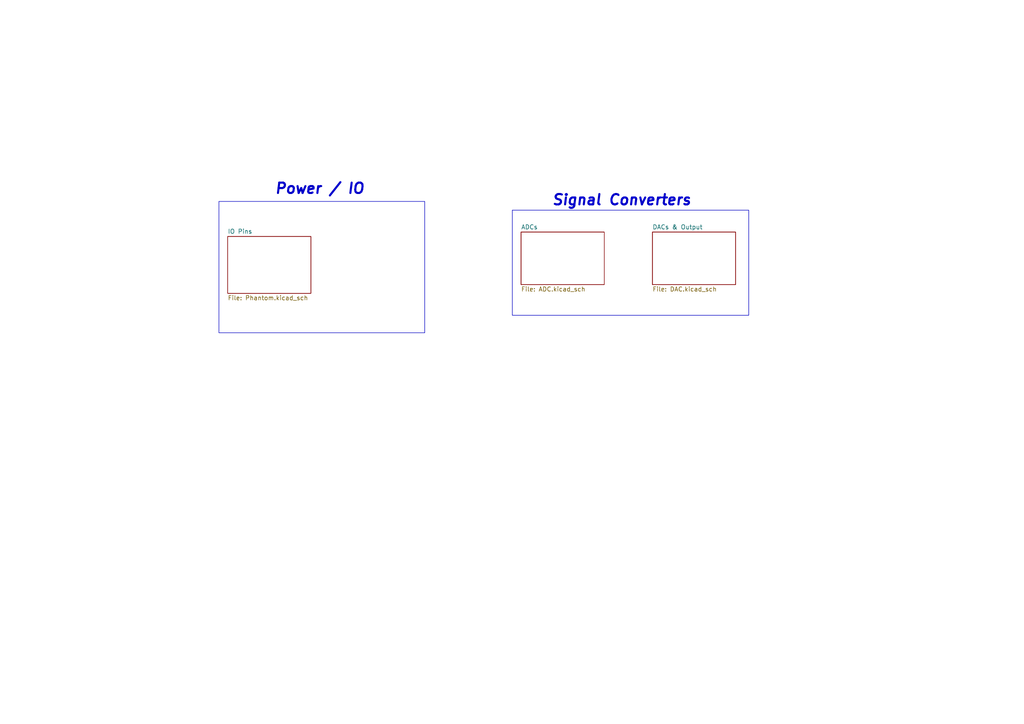
<source format=kicad_sch>
(kicad_sch
	(version 20231120)
	(generator "eeschema")
	(generator_version "8.0")
	(uuid "5266cf9e-da90-4c53-80fd-cf3dbed42632")
	(paper "A4")
	(title_block
		(title "Power Supplies")
		(date "2024-09-01")
		(rev "1")
		(company "Michael Meyers")
	)
	(lib_symbols)
	(rectangle
		(start 148.59 60.96)
		(end 217.17 91.44)
		(stroke
			(width 0)
			(type default)
		)
		(fill
			(type none)
		)
		(uuid 54a50dd9-50e2-43c7-9d8c-e8a3e2c5c77d)
	)
	(rectangle
		(start 63.5 58.42)
		(end 123.19 96.52)
		(stroke
			(width 0)
			(type default)
		)
		(fill
			(type none)
		)
		(uuid a431d4ea-3826-4044-b789-472f3edaaabf)
	)
	(text "Power / IO"
		(exclude_from_sim no)
		(at 92.71 54.864 0)
		(effects
			(font
				(size 3 3)
				(thickness 0.6)
				(bold yes)
				(italic yes)
			)
		)
		(uuid "5299cf95-92d8-489f-af21-500a869777d7")
	)
	(text "Signal Converters"
		(exclude_from_sim no)
		(at 180.34 58.166 0)
		(effects
			(font
				(size 3 3)
				(thickness 0.6)
				(bold yes)
				(italic yes)
			)
		)
		(uuid "7d9afdc1-97fe-4e00-9733-63a68bee6e61")
	)
	(sheet
		(at 189.23 67.31)
		(size 24.13 15.24)
		(fields_autoplaced yes)
		(stroke
			(width 0.1524)
			(type solid)
		)
		(fill
			(color 0 0 0 0.0000)
		)
		(uuid "29bf6371-8a12-4a95-b0c2-fbe02aad04a0")
		(property "Sheetname" "DACs & Output"
			(at 189.23 66.5984 0)
			(effects
				(font
					(size 1.27 1.27)
				)
				(justify left bottom)
			)
		)
		(property "Sheetfile" "DAC.kicad_sch"
			(at 189.23 83.1346 0)
			(effects
				(font
					(size 1.27 1.27)
				)
				(justify left top)
			)
		)
		(instances
			(project "Audio_Board_AD_Breakout"
				(path "/5266cf9e-da90-4c53-80fd-cf3dbed42632"
					(page "7")
				)
			)
		)
	)
	(sheet
		(at 66.04 68.58)
		(size 24.13 16.51)
		(fields_autoplaced yes)
		(stroke
			(width 0.1524)
			(type solid)
		)
		(fill
			(color 0 0 0 0.0000)
		)
		(uuid "873b4819-32e6-40de-93d6-23cb6a01b934")
		(property "Sheetname" "IO Pins"
			(at 66.04 67.8684 0)
			(effects
				(font
					(size 1.27 1.27)
				)
				(justify left bottom)
			)
		)
		(property "Sheetfile" "Phantom.kicad_sch"
			(at 66.04 85.6746 0)
			(effects
				(font
					(size 1.27 1.27)
				)
				(justify left top)
			)
		)
		(property "Field2" ""
			(at 66.04 68.58 0)
			(effects
				(font
					(size 1.27 1.27)
				)
				(hide yes)
			)
		)
		(instances
			(project "Audio_Board_AD_Breakout"
				(path "/5266cf9e-da90-4c53-80fd-cf3dbed42632"
					(page "10")
				)
			)
		)
	)
	(sheet
		(at 151.13 67.31)
		(size 24.13 15.24)
		(fields_autoplaced yes)
		(stroke
			(width 0.1524)
			(type solid)
		)
		(fill
			(color 0 0 0 0.0000)
		)
		(uuid "8f3dd01b-e3ea-4f9d-9f95-d4c91dcdbd45")
		(property "Sheetname" "ADCs"
			(at 151.13 66.5984 0)
			(effects
				(font
					(size 1.27 1.27)
				)
				(justify left bottom)
			)
		)
		(property "Sheetfile" "ADC.kicad_sch"
			(at 151.13 83.1346 0)
			(effects
				(font
					(size 1.27 1.27)
				)
				(justify left top)
			)
		)
		(instances
			(project "Audio_Board_AD_Breakout"
				(path "/5266cf9e-da90-4c53-80fd-cf3dbed42632"
					(page "6")
				)
			)
		)
	)
	(sheet_instances
		(path "/"
			(page "1")
		)
	)
)

</source>
